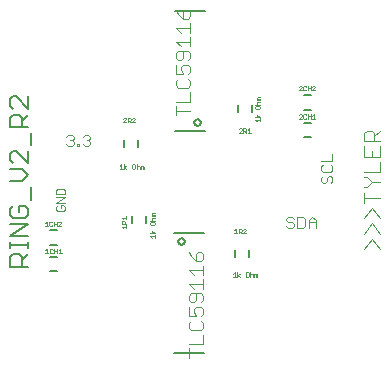
<source format=gto>
G75*
%MOIN*%
%OFA0B0*%
%FSLAX24Y24*%
%IPPOS*%
%LPD*%
%AMOC8*
5,1,8,0,0,1.08239X$1,22.5*
%
%ADD10C,0.0030*%
%ADD11C,0.0020*%
%ADD12C,0.0050*%
%ADD13C,0.0040*%
%ADD14C,0.0080*%
%ADD15C,0.0060*%
%ADD16C,0.0010*%
D10*
X002918Y008239D02*
X002856Y008301D01*
X002918Y008239D02*
X003042Y008239D01*
X003103Y008301D01*
X003103Y008363D01*
X003042Y008425D01*
X002980Y008425D01*
X003042Y008425D02*
X003103Y008486D01*
X003103Y008548D01*
X003042Y008610D01*
X002918Y008610D01*
X002856Y008548D01*
X003225Y008301D02*
X003225Y008239D01*
X003286Y008239D01*
X003286Y008301D01*
X003225Y008301D01*
X003409Y008301D02*
X003471Y008239D01*
X003594Y008239D01*
X003656Y008301D01*
X003656Y008363D01*
X003594Y008425D01*
X003532Y008425D01*
X003594Y008425D02*
X003656Y008486D01*
X003656Y008548D01*
X003594Y008610D01*
X003471Y008610D01*
X003409Y008548D01*
X010195Y005818D02*
X010195Y005756D01*
X010256Y005695D01*
X010380Y005695D01*
X010441Y005633D01*
X010441Y005571D01*
X010380Y005509D01*
X010256Y005509D01*
X010195Y005571D01*
X010195Y005818D02*
X010256Y005880D01*
X010380Y005880D01*
X010441Y005818D01*
X010563Y005880D02*
X010748Y005880D01*
X010810Y005818D01*
X010810Y005571D01*
X010748Y005509D01*
X010563Y005509D01*
X010563Y005880D01*
X010931Y005756D02*
X010931Y005509D01*
X010931Y005695D02*
X011178Y005695D01*
X011178Y005756D02*
X011178Y005509D01*
X011178Y005756D02*
X011055Y005880D01*
X010931Y005756D01*
X011417Y007003D02*
X011479Y007003D01*
X011541Y007065D01*
X011541Y007188D01*
X011603Y007250D01*
X011664Y007250D01*
X011726Y007188D01*
X011726Y007065D01*
X011664Y007003D01*
X011417Y007003D02*
X011356Y007065D01*
X011356Y007188D01*
X011417Y007250D01*
X011417Y007371D02*
X011664Y007371D01*
X011726Y007433D01*
X011726Y007556D01*
X011664Y007618D01*
X011726Y007740D02*
X011726Y007986D01*
X011726Y007740D02*
X011356Y007740D01*
X011417Y007618D02*
X011356Y007556D01*
X011356Y007433D01*
X011417Y007371D01*
D11*
X002807Y006768D02*
X002807Y006628D01*
X002527Y006628D01*
X002527Y006768D01*
X002574Y006815D01*
X002761Y006815D01*
X002807Y006768D01*
X002807Y006538D02*
X002527Y006538D01*
X002527Y006352D02*
X002807Y006538D01*
X002807Y006352D02*
X002527Y006352D01*
X002574Y006262D02*
X002527Y006215D01*
X002527Y006122D01*
X002574Y006075D01*
X002761Y006075D01*
X002807Y006122D01*
X002807Y006215D01*
X002761Y006262D01*
X002667Y006262D01*
X002667Y006169D01*
D12*
X001693Y006449D02*
X001693Y006856D01*
X001388Y007056D02*
X001592Y007260D01*
X001388Y007463D01*
X000981Y007463D01*
X001083Y007664D02*
X000981Y007766D01*
X000981Y007969D01*
X001083Y008071D01*
X001185Y008071D01*
X001592Y007664D01*
X001592Y008071D01*
X001693Y008272D02*
X001693Y008679D01*
X001592Y008879D02*
X000981Y008879D01*
X000981Y009185D01*
X001083Y009286D01*
X001286Y009286D01*
X001388Y009185D01*
X001388Y008879D01*
X001388Y009083D02*
X001592Y009286D01*
X001592Y009487D02*
X001185Y009894D01*
X001083Y009894D01*
X000981Y009792D01*
X000981Y009589D01*
X001083Y009487D01*
X001592Y009487D02*
X001592Y009894D01*
X001388Y007056D02*
X000981Y007056D01*
X001083Y006248D02*
X000981Y006146D01*
X000981Y005943D01*
X001083Y005841D01*
X001490Y005841D01*
X001592Y005943D01*
X001592Y006146D01*
X001490Y006248D01*
X001286Y006248D01*
X001286Y006044D01*
X001592Y005640D02*
X000981Y005640D01*
X000981Y005233D02*
X001592Y005640D01*
X001592Y005233D02*
X000981Y005233D01*
X000981Y005032D02*
X000981Y004828D01*
X000981Y004930D02*
X001592Y004930D01*
X001592Y004828D02*
X001592Y005032D01*
X001592Y004627D02*
X001388Y004424D01*
X001388Y004526D02*
X001388Y004220D01*
X001592Y004220D02*
X000981Y004220D01*
X000981Y004526D01*
X001083Y004627D01*
X001286Y004627D01*
X001388Y004526D01*
D13*
X006514Y009259D02*
X006514Y009566D01*
X006514Y009719D02*
X006974Y009719D01*
X006974Y010026D01*
X006898Y010179D02*
X006974Y010256D01*
X006974Y010410D01*
X006898Y010486D01*
X006898Y010640D02*
X006974Y010716D01*
X006974Y010870D01*
X006898Y010947D01*
X006744Y010947D01*
X006668Y010870D01*
X006668Y010793D01*
X006744Y010640D01*
X006514Y010640D01*
X006514Y010947D01*
X006591Y011100D02*
X006514Y011177D01*
X006514Y011330D01*
X006591Y011407D01*
X006898Y011407D01*
X006974Y011330D01*
X006974Y011177D01*
X006898Y011100D01*
X006744Y011177D02*
X006744Y011407D01*
X006668Y011561D02*
X006514Y011714D01*
X006974Y011714D01*
X006974Y011561D02*
X006974Y011867D01*
X006974Y012021D02*
X006974Y012328D01*
X006974Y012174D02*
X006514Y012174D01*
X006668Y012021D01*
X006744Y012481D02*
X006744Y012712D01*
X006821Y012788D01*
X006898Y012788D01*
X006974Y012712D01*
X006974Y012558D01*
X006898Y012481D01*
X006744Y012481D01*
X006591Y012635D01*
X006514Y012788D01*
X006744Y011177D02*
X006668Y011100D01*
X006591Y011100D01*
X006591Y010486D02*
X006514Y010410D01*
X006514Y010256D01*
X006591Y010179D01*
X006898Y010179D01*
X006974Y009412D02*
X006514Y009412D01*
X006951Y004713D02*
X007028Y004560D01*
X007181Y004406D01*
X007181Y004637D01*
X007258Y004713D01*
X007335Y004713D01*
X007411Y004637D01*
X007411Y004483D01*
X007335Y004406D01*
X007181Y004406D01*
X007411Y004253D02*
X007411Y003946D01*
X007411Y003793D02*
X007411Y003486D01*
X007335Y003332D02*
X007028Y003332D01*
X006951Y003255D01*
X006951Y003102D01*
X007028Y003025D01*
X007105Y003025D01*
X007181Y003102D01*
X007181Y003332D01*
X007335Y003332D02*
X007411Y003255D01*
X007411Y003102D01*
X007335Y003025D01*
X007335Y002872D02*
X007181Y002872D01*
X007105Y002795D01*
X007105Y002718D01*
X007181Y002565D01*
X006951Y002565D01*
X006951Y002872D01*
X007335Y002872D02*
X007411Y002795D01*
X007411Y002642D01*
X007335Y002565D01*
X007335Y002411D02*
X007411Y002335D01*
X007411Y002181D01*
X007335Y002104D01*
X007028Y002104D01*
X006951Y002181D01*
X006951Y002335D01*
X007028Y002411D01*
X007411Y001951D02*
X007411Y001644D01*
X006951Y001644D01*
X006951Y001491D02*
X006951Y001184D01*
X006951Y001337D02*
X007411Y001337D01*
X007105Y003486D02*
X006951Y003639D01*
X007411Y003639D01*
X007105Y003946D02*
X006951Y004100D01*
X007411Y004100D01*
X012778Y004795D02*
X013038Y005142D01*
X013298Y004795D01*
X013298Y005311D02*
X013038Y005657D01*
X012778Y005311D01*
X012778Y005826D02*
X013038Y006173D01*
X013298Y005826D01*
X012778Y006342D02*
X012778Y006689D01*
X012778Y006515D02*
X013298Y006515D01*
X012865Y006857D02*
X013038Y007031D01*
X013298Y007031D01*
X013038Y007031D02*
X012865Y007204D01*
X012778Y007204D01*
X012778Y007373D02*
X013298Y007373D01*
X013298Y007720D01*
X013298Y007889D02*
X013298Y008236D01*
X013298Y008404D02*
X012778Y008404D01*
X012778Y008665D01*
X012865Y008751D01*
X013038Y008751D01*
X013125Y008665D01*
X013125Y008404D01*
X013125Y008578D02*
X013298Y008751D01*
X012778Y008236D02*
X012778Y007889D01*
X013298Y007889D01*
X013038Y007889D02*
X013038Y008062D01*
X012865Y006857D02*
X012778Y006857D01*
D14*
X007431Y005347D02*
X006431Y005347D01*
X006589Y005059D02*
X006591Y005079D01*
X006597Y005098D01*
X006606Y005116D01*
X006618Y005132D01*
X006634Y005145D01*
X006651Y005155D01*
X006670Y005162D01*
X006690Y005165D01*
X006710Y005164D01*
X006730Y005159D01*
X006748Y005151D01*
X006764Y005139D01*
X006778Y005125D01*
X006789Y005108D01*
X006797Y005089D01*
X006801Y005069D01*
X006801Y005049D01*
X006797Y005029D01*
X006789Y005010D01*
X006778Y004993D01*
X006764Y004979D01*
X006748Y004967D01*
X006730Y004959D01*
X006710Y004954D01*
X006690Y004953D01*
X006670Y004956D01*
X006651Y004963D01*
X006634Y004973D01*
X006618Y004986D01*
X006606Y005002D01*
X006597Y005020D01*
X006591Y005039D01*
X006589Y005059D01*
X006494Y008739D02*
X007494Y008739D01*
X007125Y009026D02*
X007127Y009046D01*
X007133Y009065D01*
X007142Y009083D01*
X007154Y009099D01*
X007170Y009112D01*
X007187Y009122D01*
X007206Y009129D01*
X007226Y009132D01*
X007246Y009131D01*
X007266Y009126D01*
X007284Y009118D01*
X007300Y009106D01*
X007314Y009092D01*
X007325Y009075D01*
X007333Y009056D01*
X007337Y009036D01*
X007337Y009016D01*
X007333Y008996D01*
X007325Y008977D01*
X007314Y008960D01*
X007300Y008946D01*
X007284Y008934D01*
X007266Y008926D01*
X007246Y008921D01*
X007226Y008920D01*
X007206Y008923D01*
X007187Y008930D01*
X007170Y008940D01*
X007154Y008953D01*
X007142Y008969D01*
X007133Y008987D01*
X007127Y009006D01*
X007125Y009026D01*
X007494Y012739D02*
X006494Y012739D01*
X006431Y001347D02*
X007431Y001347D01*
D15*
X002554Y004059D02*
X002317Y004059D01*
X002317Y004531D02*
X002554Y004531D01*
X002561Y004951D02*
X002325Y004951D01*
X002325Y005424D02*
X002561Y005424D01*
X005038Y005676D02*
X005038Y005912D01*
X005510Y005912D02*
X005510Y005676D01*
X005243Y008203D02*
X005243Y008439D01*
X004770Y008439D02*
X004770Y008203D01*
X008487Y004778D02*
X008487Y004542D01*
X008959Y004542D02*
X008959Y004778D01*
X010790Y008526D02*
X011026Y008526D01*
X011026Y008998D02*
X010790Y008998D01*
X010790Y009451D02*
X011026Y009451D01*
X011026Y009924D02*
X010790Y009924D01*
X009042Y009609D02*
X009042Y009372D01*
X008569Y009372D02*
X008569Y009609D01*
D16*
X009161Y009621D02*
X009311Y009621D01*
X009286Y009574D02*
X009186Y009574D01*
X009161Y009549D01*
X009161Y009499D01*
X009186Y009474D01*
X009286Y009474D01*
X009311Y009499D01*
X009311Y009549D01*
X009286Y009574D01*
X009236Y009621D02*
X009211Y009646D01*
X009211Y009696D01*
X009236Y009721D01*
X009311Y009721D01*
X009311Y009768D02*
X009211Y009768D01*
X009211Y009793D01*
X009236Y009818D01*
X009211Y009843D01*
X009236Y009868D01*
X009311Y009868D01*
X009311Y009818D02*
X009236Y009818D01*
X009211Y009279D02*
X009261Y009204D01*
X009311Y009279D01*
X009311Y009204D02*
X009161Y009204D01*
X009161Y009106D02*
X009311Y009106D01*
X009311Y009056D02*
X009311Y009156D01*
X009211Y009056D02*
X009161Y009106D01*
X008950Y008830D02*
X008950Y008680D01*
X008900Y008680D02*
X009000Y008680D01*
X008900Y008780D02*
X008950Y008830D01*
X008853Y008805D02*
X008853Y008755D01*
X008828Y008730D01*
X008753Y008730D01*
X008803Y008730D02*
X008853Y008680D01*
X008753Y008680D02*
X008753Y008830D01*
X008828Y008830D01*
X008853Y008805D01*
X008706Y008805D02*
X008681Y008830D01*
X008631Y008830D01*
X008606Y008805D01*
X008706Y008805D02*
X008706Y008780D01*
X008606Y008680D01*
X008706Y008680D01*
X010613Y009155D02*
X010713Y009255D01*
X010713Y009280D01*
X010688Y009305D01*
X010638Y009305D01*
X010613Y009280D01*
X010613Y009155D02*
X010713Y009155D01*
X010760Y009180D02*
X010785Y009155D01*
X010835Y009155D01*
X010860Y009180D01*
X010908Y009155D02*
X010908Y009305D01*
X010860Y009280D02*
X010835Y009305D01*
X010785Y009305D01*
X010760Y009280D01*
X010760Y009180D01*
X010908Y009230D02*
X011008Y009230D01*
X011055Y009255D02*
X011105Y009305D01*
X011105Y009155D01*
X011055Y009155D02*
X011155Y009155D01*
X011008Y009155D02*
X011008Y009305D01*
X011008Y010096D02*
X011008Y010246D01*
X011055Y010221D02*
X011080Y010246D01*
X011130Y010246D01*
X011155Y010221D01*
X011155Y010196D01*
X011055Y010096D01*
X011155Y010096D01*
X011008Y010171D02*
X010908Y010171D01*
X010860Y010121D02*
X010835Y010096D01*
X010785Y010096D01*
X010760Y010121D01*
X010760Y010221D01*
X010785Y010246D01*
X010835Y010246D01*
X010860Y010221D01*
X010908Y010246D02*
X010908Y010096D01*
X010713Y010096D02*
X010613Y010096D01*
X010713Y010196D01*
X010713Y010221D01*
X010688Y010246D01*
X010638Y010246D01*
X010613Y010221D01*
X008826Y005480D02*
X008776Y005480D01*
X008751Y005455D01*
X008703Y005455D02*
X008703Y005405D01*
X008678Y005379D01*
X008603Y005379D01*
X008603Y005329D02*
X008603Y005480D01*
X008678Y005480D01*
X008703Y005455D01*
X008653Y005379D02*
X008703Y005329D01*
X008751Y005329D02*
X008851Y005430D01*
X008851Y005455D01*
X008826Y005480D01*
X008851Y005329D02*
X008751Y005329D01*
X008556Y005329D02*
X008456Y005329D01*
X008506Y005329D02*
X008506Y005480D01*
X008456Y005430D01*
X008464Y004032D02*
X008464Y003882D01*
X008414Y003882D02*
X008514Y003882D01*
X008561Y003882D02*
X008561Y004032D01*
X008636Y003982D02*
X008561Y003932D01*
X008636Y003882D01*
X008464Y004032D02*
X008414Y003982D01*
X008832Y004007D02*
X008832Y003907D01*
X008857Y003882D01*
X008907Y003882D01*
X008932Y003907D01*
X008932Y004007D01*
X008907Y004032D01*
X008857Y004032D01*
X008832Y004007D01*
X008979Y004032D02*
X008979Y003882D01*
X008979Y003957D02*
X009004Y003982D01*
X009054Y003982D01*
X009079Y003957D01*
X009079Y003882D01*
X009126Y003882D02*
X009126Y003982D01*
X009151Y003982D01*
X009176Y003957D01*
X009201Y003982D01*
X009226Y003957D01*
X009226Y003882D01*
X009176Y003882D02*
X009176Y003957D01*
X005799Y005182D02*
X005799Y005282D01*
X005799Y005329D02*
X005649Y005329D01*
X005699Y005405D02*
X005749Y005329D01*
X005799Y005405D01*
X005799Y005232D02*
X005649Y005232D01*
X005699Y005182D01*
X005674Y005600D02*
X005774Y005600D01*
X005799Y005625D01*
X005799Y005675D01*
X005774Y005700D01*
X005674Y005700D01*
X005649Y005675D01*
X005649Y005625D01*
X005674Y005600D01*
X005649Y005747D02*
X005799Y005747D01*
X005724Y005747D02*
X005699Y005772D01*
X005699Y005822D01*
X005724Y005847D01*
X005799Y005847D01*
X005799Y005894D02*
X005699Y005894D01*
X005699Y005919D01*
X005724Y005944D01*
X005699Y005969D01*
X005724Y005994D01*
X005799Y005994D01*
X005799Y005944D02*
X005724Y005944D01*
X004850Y005893D02*
X004850Y005793D01*
X004850Y005746D02*
X004799Y005696D01*
X004799Y005721D02*
X004799Y005646D01*
X004850Y005646D02*
X004699Y005646D01*
X004699Y005721D01*
X004724Y005746D01*
X004774Y005746D01*
X004799Y005721D01*
X004749Y005793D02*
X004699Y005843D01*
X004850Y005843D01*
X004850Y005599D02*
X004850Y005499D01*
X004850Y005549D02*
X004699Y005549D01*
X004749Y005499D01*
X004735Y007473D02*
X004635Y007473D01*
X004685Y007473D02*
X004685Y007623D01*
X004635Y007573D01*
X004782Y007523D02*
X004857Y007573D01*
X004782Y007523D02*
X004857Y007473D01*
X004782Y007473D02*
X004782Y007623D01*
X005052Y007598D02*
X005052Y007498D01*
X005077Y007473D01*
X005127Y007473D01*
X005152Y007498D01*
X005152Y007598D01*
X005127Y007623D01*
X005077Y007623D01*
X005052Y007598D01*
X005200Y007623D02*
X005200Y007473D01*
X005200Y007548D02*
X005225Y007573D01*
X005275Y007573D01*
X005300Y007548D01*
X005300Y007473D01*
X005347Y007473D02*
X005347Y007573D01*
X005372Y007573D01*
X005397Y007548D01*
X005422Y007573D01*
X005447Y007548D01*
X005447Y007473D01*
X005397Y007473D02*
X005397Y007548D01*
X005154Y009026D02*
X005054Y009026D01*
X005154Y009126D01*
X005154Y009151D01*
X005129Y009176D01*
X005079Y009176D01*
X005054Y009151D01*
X005006Y009151D02*
X005006Y009101D01*
X004981Y009076D01*
X004906Y009076D01*
X004906Y009026D02*
X004906Y009176D01*
X004981Y009176D01*
X005006Y009151D01*
X004956Y009076D02*
X005006Y009026D01*
X004859Y009026D02*
X004759Y009026D01*
X004859Y009126D01*
X004859Y009151D01*
X004834Y009176D01*
X004784Y009176D01*
X004759Y009151D01*
X002665Y005715D02*
X002615Y005715D01*
X002590Y005690D01*
X002543Y005715D02*
X002543Y005565D01*
X002590Y005565D02*
X002690Y005665D01*
X002690Y005690D01*
X002665Y005715D01*
X002543Y005640D02*
X002443Y005640D01*
X002396Y005690D02*
X002371Y005715D01*
X002321Y005715D01*
X002296Y005690D01*
X002296Y005590D01*
X002321Y005565D01*
X002371Y005565D01*
X002396Y005590D01*
X002443Y005565D02*
X002443Y005715D01*
X002590Y005565D02*
X002690Y005565D01*
X002248Y005565D02*
X002148Y005565D01*
X002198Y005565D02*
X002198Y005715D01*
X002148Y005665D01*
X002206Y004814D02*
X002206Y004664D01*
X002156Y004664D02*
X002256Y004664D01*
X002304Y004689D02*
X002329Y004664D01*
X002379Y004664D01*
X002404Y004689D01*
X002451Y004664D02*
X002451Y004814D01*
X002404Y004789D02*
X002379Y004814D01*
X002329Y004814D01*
X002304Y004789D01*
X002304Y004689D01*
X002451Y004739D02*
X002551Y004739D01*
X002598Y004764D02*
X002648Y004814D01*
X002648Y004664D01*
X002598Y004664D02*
X002698Y004664D01*
X002551Y004664D02*
X002551Y004814D01*
X002206Y004814D02*
X002156Y004764D01*
M02*

</source>
